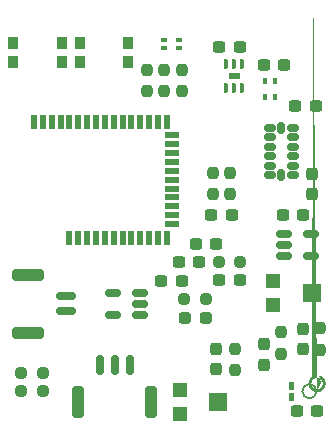
<source format=gbr>
%TF.GenerationSoftware,KiCad,Pcbnew,7.0.6-0*%
%TF.CreationDate,2023-08-07T16:34:56-06:00*%
%TF.ProjectId,VibeLight,56696265-4c69-4676-9874-2e6b69636164,rev?*%
%TF.SameCoordinates,Original*%
%TF.FileFunction,Paste,Top*%
%TF.FilePolarity,Positive*%
%FSLAX46Y46*%
G04 Gerber Fmt 4.6, Leading zero omitted, Abs format (unit mm)*
G04 Created by KiCad (PCBNEW 7.0.6-0) date 2023-08-07 16:34:56*
%MOMM*%
%LPD*%
G01*
G04 APERTURE LIST*
G04 Aperture macros list*
%AMRoundRect*
0 Rectangle with rounded corners*
0 $1 Rounding radius*
0 $2 $3 $4 $5 $6 $7 $8 $9 X,Y pos of 4 corners*
0 Add a 4 corners polygon primitive as box body*
4,1,4,$2,$3,$4,$5,$6,$7,$8,$9,$2,$3,0*
0 Add four circle primitives for the rounded corners*
1,1,$1+$1,$2,$3*
1,1,$1+$1,$4,$5*
1,1,$1+$1,$6,$7*
1,1,$1+$1,$8,$9*
0 Add four rect primitives between the rounded corners*
20,1,$1+$1,$2,$3,$4,$5,0*
20,1,$1+$1,$4,$5,$6,$7,0*
20,1,$1+$1,$6,$7,$8,$9,0*
20,1,$1+$1,$8,$9,$2,$3,0*%
%AMFreePoly0*
4,1,53,0.173165,1.324926,0.326403,1.271305,0.463867,1.184931,0.578665,1.070133,0.665039,0.932669,0.718660,0.779431,0.736837,0.618103,0.718660,0.456775,0.665039,0.303537,0.578665,0.166073,0.463867,0.051275,0.326403,-0.035099,0.173165,-0.088720,0.011837,-0.106897,-0.149491,-0.088720,-0.302729,-0.035099,-0.440193,0.051275,-0.554991,0.166073,-0.641365,0.303537,-0.694986,0.456775,
-0.713163,0.618103,-0.468048,0.618103,-0.448609,0.482904,-0.391868,0.358658,-0.302421,0.255430,-0.187514,0.181584,-0.056458,0.143103,0.080132,0.143103,0.211188,0.181584,0.326095,0.255430,0.415542,0.358658,0.472283,0.482904,0.491722,0.618103,0.472283,0.753302,0.415542,0.877548,0.326095,0.980776,0.211188,1.054622,0.080132,1.093103,-0.056458,1.093103,-0.187514,1.054622,
-0.302421,0.980776,-0.391868,0.877548,-0.448609,0.753302,-0.468048,0.618103,-0.713163,0.618103,-0.694986,0.779431,-0.641365,0.932669,-0.554991,1.070133,-0.440193,1.184931,-0.302729,1.271305,-0.149491,1.324926,0.011837,1.343103,0.173165,1.324926,0.173165,1.324926,$1*%
G04 Aperture macros list end*
%ADD10C,0.200000*%
%ADD11C,0.010000*%
%ADD12RoundRect,0.237500X-0.237500X0.250000X-0.237500X-0.250000X0.237500X-0.250000X0.237500X0.250000X0*%
%ADD13RoundRect,0.150000X0.325000X0.150000X-0.325000X0.150000X-0.325000X-0.150000X0.325000X-0.150000X0*%
%ADD14RoundRect,0.150000X0.150000X0.325000X-0.150000X0.325000X-0.150000X-0.325000X0.150000X-0.325000X0*%
%ADD15RoundRect,0.150000X-0.700000X0.150000X-0.700000X-0.150000X0.700000X-0.150000X0.700000X0.150000X0*%
%ADD16RoundRect,0.250000X-1.100000X0.250000X-1.100000X-0.250000X1.100000X-0.250000X1.100000X0.250000X0*%
%ADD17RoundRect,0.150000X-0.150000X-0.700000X0.150000X-0.700000X0.150000X0.700000X-0.150000X0.700000X0*%
%ADD18RoundRect,0.250000X-0.250000X-1.100000X0.250000X-1.100000X0.250000X1.100000X-0.250000X1.100000X0*%
%ADD19RoundRect,0.150000X0.512500X0.150000X-0.512500X0.150000X-0.512500X-0.150000X0.512500X-0.150000X0*%
%ADD20R,0.500000X1.200000*%
%ADD21R,1.200000X0.500000*%
%ADD22RoundRect,0.237500X0.250000X0.237500X-0.250000X0.237500X-0.250000X-0.237500X0.250000X-0.237500X0*%
%ADD23RoundRect,0.237500X0.300000X0.237500X-0.300000X0.237500X-0.300000X-0.237500X0.300000X-0.237500X0*%
%ADD24RoundRect,0.237500X-0.250000X-0.237500X0.250000X-0.237500X0.250000X0.237500X-0.250000X0.237500X0*%
%ADD25RoundRect,0.237500X-0.237500X0.300000X-0.237500X-0.300000X0.237500X-0.300000X0.237500X0.300000X0*%
%ADD26FreePoly0,90.000000*%
%ADD27R,0.350000X0.650000*%
%ADD28R,0.300000X0.500000*%
%ADD29RoundRect,0.237500X0.287500X0.237500X-0.287500X0.237500X-0.287500X-0.237500X0.287500X-0.237500X0*%
%ADD30RoundRect,0.237500X-0.300000X-0.237500X0.300000X-0.237500X0.300000X0.237500X-0.300000X0.237500X0*%
%ADD31RoundRect,0.237500X0.237500X-0.250000X0.237500X0.250000X-0.237500X0.250000X-0.237500X-0.250000X0*%
%ADD32R,0.900000X1.000000*%
%ADD33RoundRect,0.150000X-0.512500X-0.150000X0.512500X-0.150000X0.512500X0.150000X-0.512500X0.150000X0*%
%ADD34R,1.200000X1.200000*%
%ADD35R,1.500000X1.600000*%
%ADD36RoundRect,0.008100X-0.126900X0.361900X-0.126900X-0.361900X0.126900X-0.361900X0.126900X0.361900X0*%
%ADD37RoundRect,0.237500X0.237500X-0.300000X0.237500X0.300000X-0.237500X0.300000X-0.237500X-0.300000X0*%
%ADD38R,0.500000X0.400000*%
G04 APERTURE END LIST*
D10*
%TO.C,MIC1*%
X43571819Y-50353182D02*
G75*
G03*
X44371819Y-50353182I400000J436521D01*
G01*
X43521819Y-49503182D02*
G75*
G03*
X43521819Y-50303182I436521J-400000D01*
G01*
X44421819Y-50303182D02*
G75*
G03*
X44421819Y-49503182I-436521J400000D01*
G01*
X44371819Y-49453182D02*
G75*
G03*
X43571819Y-49453182I-400000J-436520D01*
G01*
D11*
X42551819Y-50683182D02*
X42241819Y-50683182D01*
X42241819Y-50073182D01*
X42551819Y-50073182D01*
X42551819Y-50683182D01*
G36*
X42551819Y-50683182D02*
G01*
X42241819Y-50683182D01*
X42241819Y-50073182D01*
X42551819Y-50073182D01*
X42551819Y-50683182D01*
G37*
X42551819Y-49733182D02*
X42241819Y-49733182D01*
X42241819Y-49123182D01*
X42551819Y-49123182D01*
X42551819Y-49733182D01*
G36*
X42551819Y-49733182D02*
G01*
X42241819Y-49733182D01*
X42241819Y-49123182D01*
X42551819Y-49123182D01*
X42551819Y-49733182D01*
G37*
%TO.C,LIGHT1*%
X38030000Y-23410000D02*
X37170000Y-23410000D01*
X37170000Y-22990000D01*
X38030000Y-22990000D01*
X38030000Y-23410000D01*
G36*
X38030000Y-23410000D02*
G01*
X37170000Y-23410000D01*
X37170000Y-22990000D01*
X38030000Y-22990000D01*
X38030000Y-23410000D01*
G37*
%TD*%
D12*
%TO.C,R12*%
X41600000Y-44887500D03*
X41600000Y-46712500D03*
%TD*%
D13*
%TO.C,ACCEL1*%
X42600000Y-31600000D03*
X42600000Y-30800000D03*
X42600000Y-30000000D03*
X42600000Y-29200000D03*
X42600000Y-28400000D03*
X42600000Y-27600000D03*
D14*
X41600000Y-27600000D03*
D13*
X40600000Y-27600000D03*
X40600000Y-28400000D03*
X40600000Y-29200000D03*
X40600000Y-30000000D03*
X40600000Y-30800000D03*
X40600000Y-31600000D03*
D14*
X41600000Y-31600000D03*
%TD*%
D15*
%TO.C,PWR1*%
X23350000Y-41875000D03*
X23350000Y-43125000D03*
D16*
X20150000Y-40025000D03*
X20150000Y-44975000D03*
%TD*%
D17*
%TO.C,LED_OUT1*%
X26250000Y-47650000D03*
X27500000Y-47650000D03*
X28750000Y-47650000D03*
D18*
X24400000Y-50850000D03*
X30600000Y-50850000D03*
%TD*%
D19*
%TO.C,REG1*%
X29637500Y-43450000D03*
X29637500Y-42500000D03*
X29637500Y-41550000D03*
X27362500Y-41550000D03*
X27362500Y-43450000D03*
%TD*%
D20*
%TO.C,MCU1*%
X20650000Y-27100000D03*
X21400000Y-27100000D03*
X22150000Y-27100000D03*
X22900000Y-27100000D03*
X23650000Y-27100000D03*
X24400000Y-27100000D03*
X25150000Y-27100000D03*
X25900000Y-27100000D03*
X26650000Y-27100000D03*
X27400000Y-27100000D03*
X28150000Y-27100000D03*
X28900000Y-27100000D03*
X29650000Y-27100000D03*
X30400000Y-27100000D03*
X31150000Y-27100000D03*
X31900000Y-27100000D03*
D21*
X32350000Y-28250000D03*
X32350000Y-29000000D03*
X32350000Y-29750000D03*
X32350000Y-30500000D03*
X32350000Y-31250000D03*
X32350000Y-32000000D03*
X32350000Y-32750000D03*
X32350000Y-33500000D03*
X32350000Y-34250000D03*
X32350000Y-35000000D03*
X32350000Y-35750000D03*
D20*
X31900000Y-36900000D03*
X31150000Y-36900000D03*
X30400000Y-36900000D03*
X29650000Y-36900000D03*
X28900000Y-36900000D03*
X28150000Y-36900000D03*
X27400000Y-36900000D03*
X26650000Y-36900000D03*
X25900000Y-36900000D03*
X25150000Y-36900000D03*
X24400000Y-36900000D03*
X23650000Y-36900000D03*
%TD*%
D22*
%TO.C,R13*%
X35212500Y-42075000D03*
X33387500Y-42075000D03*
%TD*%
D23*
%TO.C,C6*%
X38062500Y-20800000D03*
X36337500Y-20800000D03*
%TD*%
D24*
%TO.C,R2*%
X19587500Y-49925000D03*
X21412500Y-49925000D03*
%TD*%
D22*
%TO.C,R1*%
X21412500Y-48400000D03*
X19587500Y-48400000D03*
%TD*%
D25*
%TO.C,C1*%
X43400000Y-44637500D03*
X43400000Y-46362500D03*
%TD*%
D26*
%TO.C,MIC1*%
X44589922Y-49915019D03*
D27*
X42396819Y-49428182D03*
X42396819Y-50378182D03*
%TD*%
D12*
%TO.C,R5*%
X33200000Y-22687500D03*
X33200000Y-24512500D03*
%TD*%
D28*
%TO.C,TEMP1*%
X40250000Y-25025000D03*
X41050000Y-25025000D03*
X41050000Y-23625000D03*
X40250000Y-23625000D03*
%TD*%
D12*
%TO.C,R4*%
X37275000Y-31412500D03*
X37275000Y-33237500D03*
%TD*%
D29*
%TO.C,D1*%
X35200000Y-43700000D03*
X33450000Y-43700000D03*
%TD*%
D12*
%TO.C,R6*%
X30200000Y-22687500D03*
X30200000Y-24512500D03*
%TD*%
D23*
%TO.C,C2*%
X38062500Y-40500000D03*
X36337500Y-40500000D03*
%TD*%
D30*
%TO.C,C10*%
X42787500Y-25750000D03*
X44512500Y-25750000D03*
%TD*%
D23*
%TO.C,C8*%
X37387500Y-34950000D03*
X35662500Y-34950000D03*
%TD*%
D31*
%TO.C,R15*%
X37650000Y-48112500D03*
X37650000Y-46287500D03*
%TD*%
D23*
%TO.C,C9*%
X36062500Y-37400000D03*
X34337500Y-37400000D03*
%TD*%
D32*
%TO.C,SW2*%
X28650000Y-22050000D03*
X24550000Y-22050000D03*
X28650000Y-20450000D03*
X24550000Y-20450000D03*
%TD*%
D25*
%TO.C,C14*%
X36100000Y-46337500D03*
X36100000Y-48062500D03*
%TD*%
D30*
%TO.C,C3*%
X31437500Y-40550000D03*
X33162500Y-40550000D03*
%TD*%
D22*
%TO.C,R14*%
X38112500Y-39000000D03*
X36287500Y-39000000D03*
%TD*%
D33*
%TO.C,OP-AMP1*%
X41862500Y-36550000D03*
X41862500Y-37500000D03*
X41862500Y-38450000D03*
X44137500Y-38450000D03*
X44137500Y-36550000D03*
%TD*%
D34*
%TO.C,RV2*%
X33000000Y-49800000D03*
D35*
X36250000Y-50800000D03*
D34*
X33000000Y-51800000D03*
%TD*%
D12*
%TO.C,R3*%
X35775000Y-31412500D03*
X35775000Y-33237500D03*
%TD*%
D36*
%TO.C,LIGHT1*%
X38250000Y-22205000D03*
X37600000Y-22205000D03*
X36950000Y-22205000D03*
X36950000Y-24195000D03*
X37600000Y-24195000D03*
X38250000Y-24195000D03*
%TD*%
D23*
%TO.C,C4*%
X41812500Y-22250000D03*
X40087500Y-22250000D03*
%TD*%
D32*
%TO.C,SW1*%
X23000000Y-22050000D03*
X18900000Y-22050000D03*
X23000000Y-20450000D03*
X18900000Y-20450000D03*
%TD*%
D23*
%TO.C,C12*%
X34662500Y-39000000D03*
X32937500Y-39000000D03*
%TD*%
D12*
%TO.C,R16*%
X44900000Y-44587500D03*
X44900000Y-46412500D03*
%TD*%
D37*
%TO.C,C11*%
X44225000Y-33237500D03*
X44225000Y-31512500D03*
%TD*%
D38*
%TO.C,D2*%
X32900000Y-20850000D03*
X31700000Y-20850000D03*
X32900000Y-20150000D03*
X31700000Y-20150000D03*
%TD*%
D34*
%TO.C,RV3*%
X40900000Y-40600000D03*
D35*
X44150000Y-41600000D03*
D34*
X40900000Y-42600000D03*
%TD*%
D25*
%TO.C,C7*%
X40100000Y-45937500D03*
X40100000Y-47662500D03*
%TD*%
D31*
%TO.C,R7*%
X31700000Y-24512500D03*
X31700000Y-22687500D03*
%TD*%
D23*
%TO.C,C5*%
X44625000Y-51600000D03*
X42900000Y-51600000D03*
%TD*%
D30*
%TO.C,C13*%
X41737500Y-35000000D03*
X43462500Y-35000000D03*
%TD*%
M02*

</source>
